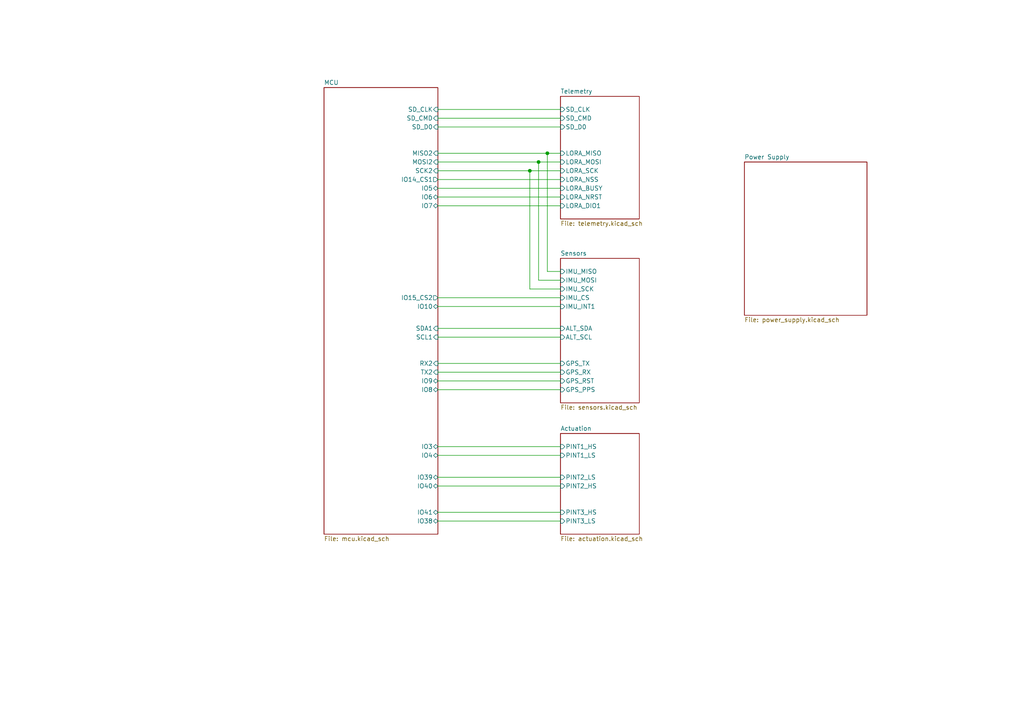
<source format=kicad_sch>
(kicad_sch
	(version 20250114)
	(generator "eeschema")
	(generator_version "9.0")
	(uuid "0e774532-df3b-4713-ac9c-64e52152da2c")
	(paper "A4")
	(lib_symbols)
	(junction
		(at 158.75 44.45)
		(diameter 0)
		(color 0 0 0 0)
		(uuid "561958d3-004c-46d9-9626-4a318183832a")
	)
	(junction
		(at 153.67 49.53)
		(diameter 0)
		(color 0 0 0 0)
		(uuid "b5ca3bf3-bad5-4ee4-9c7c-ffa7963d35d4")
	)
	(junction
		(at 156.21 46.99)
		(diameter 0)
		(color 0 0 0 0)
		(uuid "e40d79e7-1ee0-4c86-918a-0b81cd311faf")
	)
	(wire
		(pts
			(xy 127 138.43) (xy 162.56 138.43)
		)
		(stroke
			(width 0)
			(type default)
		)
		(uuid "0e6bdcf9-d75a-4042-98ef-50f45565e05b")
	)
	(wire
		(pts
			(xy 127 97.79) (xy 162.56 97.79)
		)
		(stroke
			(width 0)
			(type default)
		)
		(uuid "16413251-b3e6-4a81-a90b-505dbdd07717")
	)
	(wire
		(pts
			(xy 127 49.53) (xy 153.67 49.53)
		)
		(stroke
			(width 0)
			(type default)
		)
		(uuid "182f0097-e60c-49d6-9b4b-6529941ddf82")
	)
	(wire
		(pts
			(xy 127 46.99) (xy 156.21 46.99)
		)
		(stroke
			(width 0)
			(type default)
		)
		(uuid "1d63c289-424e-4ba2-bed4-c88673e913bd")
	)
	(wire
		(pts
			(xy 127 34.29) (xy 162.56 34.29)
		)
		(stroke
			(width 0)
			(type default)
		)
		(uuid "22b36dc6-5faa-446c-8f8d-f0c2e2b1ae31")
	)
	(wire
		(pts
			(xy 156.21 46.99) (xy 162.56 46.99)
		)
		(stroke
			(width 0)
			(type default)
		)
		(uuid "28e34e37-3e51-43c0-8d3b-331e2c8cb768")
	)
	(wire
		(pts
			(xy 127 113.03) (xy 162.56 113.03)
		)
		(stroke
			(width 0)
			(type default)
		)
		(uuid "2b5d7f69-817d-426a-b290-4ad6b7608bfd")
	)
	(wire
		(pts
			(xy 127 110.49) (xy 162.56 110.49)
		)
		(stroke
			(width 0)
			(type default)
		)
		(uuid "360e1618-7baf-4a2f-ab45-80157608d6db")
	)
	(wire
		(pts
			(xy 127 36.83) (xy 162.56 36.83)
		)
		(stroke
			(width 0)
			(type default)
		)
		(uuid "38a807c6-221b-48d1-ae60-82e54c4eec95")
	)
	(wire
		(pts
			(xy 158.75 78.74) (xy 158.75 44.45)
		)
		(stroke
			(width 0)
			(type default)
		)
		(uuid "3c1e3d11-688b-45ed-b327-ca90d701270a")
	)
	(wire
		(pts
			(xy 127 31.75) (xy 162.56 31.75)
		)
		(stroke
			(width 0)
			(type default)
		)
		(uuid "3f431c65-ca1d-4d8c-b3a6-e93f34db7eb2")
	)
	(wire
		(pts
			(xy 153.67 49.53) (xy 162.56 49.53)
		)
		(stroke
			(width 0)
			(type default)
		)
		(uuid "4942593c-063a-43d6-bd23-1e36d5188dbf")
	)
	(wire
		(pts
			(xy 127 57.15) (xy 162.56 57.15)
		)
		(stroke
			(width 0)
			(type default)
		)
		(uuid "498623f3-ff3d-42fa-9368-ca17a6eb0264")
	)
	(wire
		(pts
			(xy 127 59.69) (xy 162.56 59.69)
		)
		(stroke
			(width 0)
			(type default)
		)
		(uuid "61bae5e4-9eb4-492e-98f5-d7349aaeffc3")
	)
	(wire
		(pts
			(xy 156.21 81.28) (xy 156.21 46.99)
		)
		(stroke
			(width 0)
			(type default)
		)
		(uuid "66a38ccb-5a42-485e-a182-3cbbf0505806")
	)
	(wire
		(pts
			(xy 127 132.08) (xy 162.56 132.08)
		)
		(stroke
			(width 0)
			(type default)
		)
		(uuid "68e9e1e9-5ad5-4714-85f9-66d42becf552")
	)
	(wire
		(pts
			(xy 127 86.36) (xy 162.56 86.36)
		)
		(stroke
			(width 0)
			(type default)
		)
		(uuid "6cf4cb3e-ede3-4b7a-a583-c612c6e2b7ae")
	)
	(wire
		(pts
			(xy 127 52.07) (xy 162.56 52.07)
		)
		(stroke
			(width 0)
			(type default)
		)
		(uuid "6e6af846-bf8e-45fd-839c-1f64452e83bc")
	)
	(wire
		(pts
			(xy 127 95.25) (xy 162.56 95.25)
		)
		(stroke
			(width 0)
			(type default)
		)
		(uuid "80e35e0a-dd00-46bc-8d5d-f1a59b1e54b9")
	)
	(wire
		(pts
			(xy 127 54.61) (xy 162.56 54.61)
		)
		(stroke
			(width 0)
			(type default)
		)
		(uuid "82e0fc63-0f72-4a5f-ad48-699824e45296")
	)
	(wire
		(pts
			(xy 127 44.45) (xy 158.75 44.45)
		)
		(stroke
			(width 0)
			(type default)
		)
		(uuid "89b201db-995c-4bba-ba72-1337f1e047b1")
	)
	(wire
		(pts
			(xy 162.56 78.74) (xy 158.75 78.74)
		)
		(stroke
			(width 0)
			(type default)
		)
		(uuid "94df442f-e5a4-424b-a9bd-0ee64d34b7be")
	)
	(wire
		(pts
			(xy 127 105.41) (xy 162.56 105.41)
		)
		(stroke
			(width 0)
			(type default)
		)
		(uuid "9f761fe2-6078-4f9f-b8cf-25de96997451")
	)
	(wire
		(pts
			(xy 127 129.54) (xy 162.56 129.54)
		)
		(stroke
			(width 0)
			(type default)
		)
		(uuid "be65a891-3edb-4866-9996-7f1b21ed3782")
	)
	(wire
		(pts
			(xy 162.56 83.82) (xy 153.67 83.82)
		)
		(stroke
			(width 0)
			(type default)
		)
		(uuid "bf1e6878-27bf-4956-a9fb-2aa02dc137f5")
	)
	(wire
		(pts
			(xy 158.75 44.45) (xy 162.56 44.45)
		)
		(stroke
			(width 0)
			(type default)
		)
		(uuid "d29aad39-71e4-4d3c-8941-4fb49c8f369a")
	)
	(wire
		(pts
			(xy 153.67 83.82) (xy 153.67 49.53)
		)
		(stroke
			(width 0)
			(type default)
		)
		(uuid "d38525f8-6852-4fa5-8d77-c5a7fed1d041")
	)
	(wire
		(pts
			(xy 162.56 81.28) (xy 156.21 81.28)
		)
		(stroke
			(width 0)
			(type default)
		)
		(uuid "dcaeba2e-1026-47a4-ad28-8d1721c5a31a")
	)
	(wire
		(pts
			(xy 127 107.95) (xy 162.56 107.95)
		)
		(stroke
			(width 0)
			(type default)
		)
		(uuid "df45517e-fef4-4022-be49-20504774ba90")
	)
	(wire
		(pts
			(xy 127 88.9) (xy 162.56 88.9)
		)
		(stroke
			(width 0)
			(type default)
		)
		(uuid "df4a29e5-4c04-4f31-8d71-2a083a133625")
	)
	(wire
		(pts
			(xy 127 151.13) (xy 162.56 151.13)
		)
		(stroke
			(width 0)
			(type default)
		)
		(uuid "df55dcd2-09bc-47e9-bc09-a08653578fd7")
	)
	(wire
		(pts
			(xy 127 148.59) (xy 162.56 148.59)
		)
		(stroke
			(width 0)
			(type default)
		)
		(uuid "ed4ed985-6f21-409d-878f-3b2a5b30b426")
	)
	(wire
		(pts
			(xy 127 140.97) (xy 162.56 140.97)
		)
		(stroke
			(width 0)
			(type default)
		)
		(uuid "f3bd019a-f49e-411c-8cbb-0e03f8137371")
	)
	(sheet
		(at 162.56 125.73)
		(size 22.86 29.21)
		(exclude_from_sim no)
		(in_bom yes)
		(on_board yes)
		(dnp no)
		(fields_autoplaced yes)
		(stroke
			(width 0.1524)
			(type solid)
		)
		(fill
			(color 0 0 0 0.0000)
		)
		(uuid "33354a2b-da3e-411d-89ea-c17b65fe6b6d")
		(property "Sheetname" "Actuation"
			(at 162.56 125.0184 0)
			(effects
				(font
					(size 1.27 1.27)
				)
				(justify left bottom)
			)
		)
		(property "Sheetfile" "actuation.kicad_sch"
			(at 162.56 155.5246 0)
			(effects
				(font
					(size 1.27 1.27)
				)
				(justify left top)
			)
		)
		(pin "PINT1_HS" input
			(at 162.56 129.54 180)
			(uuid "7ae4e136-ffd2-4113-84d0-e9406c5244b1")
			(effects
				(font
					(size 1.27 1.27)
				)
				(justify left)
			)
		)
		(pin "PINT1_LS" input
			(at 162.56 132.08 180)
			(uuid "65b6738f-ffc7-40ed-90d1-7f55fcb4bcc0")
			(effects
				(font
					(size 1.27 1.27)
				)
				(justify left)
			)
		)
		(pin "PINT2_LS" input
			(at 162.56 138.43 180)
			(uuid "fbe7911d-5e9e-43bb-91c7-9bd0df813fb3")
			(effects
				(font
					(size 1.27 1.27)
				)
				(justify left)
			)
		)
		(pin "PINT3_LS" input
			(at 162.56 151.13 180)
			(uuid "daaf37b2-e76d-4d7c-8977-d7abc0c397fb")
			(effects
				(font
					(size 1.27 1.27)
				)
				(justify left)
			)
		)
		(pin "PINT3_HS" input
			(at 162.56 148.59 180)
			(uuid "a04b5653-5a9b-4d0f-868e-a5d16a1b0f77")
			(effects
				(font
					(size 1.27 1.27)
				)
				(justify left)
			)
		)
		(pin "PINT2_HS" input
			(at 162.56 140.97 180)
			(uuid "b8409539-95da-49e1-971a-604c9792e0b0")
			(effects
				(font
					(size 1.27 1.27)
				)
				(justify left)
			)
		)
		(instances
			(project "flight_computer_starpi"
				(path "/0e774532-df3b-4713-ac9c-64e52152da2c"
					(page "4")
				)
			)
		)
	)
	(sheet
		(at 93.98 25.4)
		(size 33.02 129.54)
		(exclude_from_sim no)
		(in_bom yes)
		(on_board yes)
		(dnp no)
		(fields_autoplaced yes)
		(stroke
			(width 0.1524)
			(type solid)
		)
		(fill
			(color 0 0 0 0.0000)
		)
		(uuid "360c6508-e1da-4a7b-b1c3-7051c1cb7f4b")
		(property "Sheetname" "MCU"
			(at 93.98 24.6884 0)
			(effects
				(font
					(size 1.27 1.27)
				)
				(justify left bottom)
			)
		)
		(property "Sheetfile" "mcu.kicad_sch"
			(at 93.98 155.5246 0)
			(effects
				(font
					(size 1.27 1.27)
				)
				(justify left top)
			)
		)
		(pin "IO10" bidirectional
			(at 127 88.9 0)
			(uuid "821a58d9-c2a3-4000-bd03-b94fab2e7849")
			(effects
				(font
					(size 1.27 1.27)
				)
				(justify right)
			)
		)
		(pin "IO14_CS1" output
			(at 127 52.07 0)
			(uuid "8adf964d-9f94-4d50-94cc-45a3acbdbc31")
			(effects
				(font
					(size 1.27 1.27)
				)
				(justify right)
			)
		)
		(pin "IO4" bidirectional
			(at 127 132.08 0)
			(uuid "52645e07-b12e-439e-b6d6-1ee255d50e3f")
			(effects
				(font
					(size 1.27 1.27)
				)
				(justify right)
			)
		)
		(pin "IO15_CS2" output
			(at 127 86.36 0)
			(uuid "e5ca19cc-3eef-4b9c-9701-3a2abd4d6ef2")
			(effects
				(font
					(size 1.27 1.27)
				)
				(justify right)
			)
		)
		(pin "IO6" bidirectional
			(at 127 57.15 0)
			(uuid "34872ce8-22d9-4254-b079-0a7117d48af4")
			(effects
				(font
					(size 1.27 1.27)
				)
				(justify right)
			)
		)
		(pin "IO3" bidirectional
			(at 127 129.54 0)
			(uuid "f017bdab-3066-4424-9adb-6b87acc967a9")
			(effects
				(font
					(size 1.27 1.27)
				)
				(justify right)
			)
		)
		(pin "IO5" bidirectional
			(at 127 54.61 0)
			(uuid "f5cee61e-e4f5-43e3-9402-a6dbec3a739d")
			(effects
				(font
					(size 1.27 1.27)
				)
				(justify right)
			)
		)
		(pin "IO7" bidirectional
			(at 127 59.69 0)
			(uuid "5ccbabd2-fb6a-43ae-8d30-b1c7ff1f6560")
			(effects
				(font
					(size 1.27 1.27)
				)
				(justify right)
			)
		)
		(pin "IO9" bidirectional
			(at 127 110.49 0)
			(uuid "7e581f93-1a8c-463f-b5b0-45514b93d99a")
			(effects
				(font
					(size 1.27 1.27)
				)
				(justify right)
			)
		)
		(pin "IO8" bidirectional
			(at 127 113.03 0)
			(uuid "68bc0ac1-f4ef-4e31-80c5-0da322380a1d")
			(effects
				(font
					(size 1.27 1.27)
				)
				(justify right)
			)
		)
		(pin "IO39" bidirectional
			(at 127 138.43 0)
			(uuid "4756ec44-4d9e-4fc2-aecf-4793bcb2f65d")
			(effects
				(font
					(size 1.27 1.27)
				)
				(justify right)
			)
		)
		(pin "IO40" bidirectional
			(at 127 140.97 0)
			(uuid "09adb01e-3325-4a49-9469-524f7a619b24")
			(effects
				(font
					(size 1.27 1.27)
				)
				(justify right)
			)
		)
		(pin "IO41" bidirectional
			(at 127 148.59 0)
			(uuid "3a1f2e4a-f325-4304-a2de-f86f14fa58e2")
			(effects
				(font
					(size 1.27 1.27)
				)
				(justify right)
			)
		)
		(pin "IO38" bidirectional
			(at 127 151.13 0)
			(uuid "66ecdaa2-b6cb-4f9d-a4b9-001d487504f7")
			(effects
				(font
					(size 1.27 1.27)
				)
				(justify right)
			)
		)
		(pin "SD_CLK" input
			(at 127 31.75 0)
			(uuid "ca9c27f5-b9da-4652-8ba2-79ec05b3fd73")
			(effects
				(font
					(size 1.27 1.27)
				)
				(justify right)
			)
		)
		(pin "SD_CMD" input
			(at 127 34.29 0)
			(uuid "55705717-96ba-4ec0-8ab7-a8b7cc167525")
			(effects
				(font
					(size 1.27 1.27)
				)
				(justify right)
			)
		)
		(pin "SD_D0" input
			(at 127 36.83 0)
			(uuid "a2f06a26-7019-4f72-978f-cf2583c4a30f")
			(effects
				(font
					(size 1.27 1.27)
				)
				(justify right)
			)
		)
		(pin "MISO2" input
			(at 127 44.45 0)
			(uuid "0f7ad2d2-daef-419f-829a-60197eb60c1a")
			(effects
				(font
					(size 1.27 1.27)
				)
				(justify right)
			)
		)
		(pin "MOSI2" input
			(at 127 46.99 0)
			(uuid "f2936e6d-5ec3-4b79-af09-fa03e7d37abd")
			(effects
				(font
					(size 1.27 1.27)
				)
				(justify right)
			)
		)
		(pin "SCK2" input
			(at 127 49.53 0)
			(uuid "fb46cb34-d090-46c1-a9e2-10bdce8bc954")
			(effects
				(font
					(size 1.27 1.27)
				)
				(justify right)
			)
		)
		(pin "SCL1" input
			(at 127 97.79 0)
			(uuid "c02aa813-e87b-4780-97c9-c5a2aae2a7c3")
			(effects
				(font
					(size 1.27 1.27)
				)
				(justify right)
			)
		)
		(pin "SDA1" input
			(at 127 95.25 0)
			(uuid "fb55483b-731a-49be-874a-8ad55b7ed625")
			(effects
				(font
					(size 1.27 1.27)
				)
				(justify right)
			)
		)
		(pin "TX2" input
			(at 127 107.95 0)
			(uuid "c0a91fa1-7959-4fc4-bcc1-bfd0f5572c6e")
			(effects
				(font
					(size 1.27 1.27)
				)
				(justify right)
			)
		)
		(pin "RX2" input
			(at 127 105.41 0)
			(uuid "c21e9dd8-1dd6-48fd-ad83-d901650bce95")
			(effects
				(font
					(size 1.27 1.27)
				)
				(justify right)
			)
		)
		(instances
			(project "flight_computer_starpi"
				(path "/0e774532-df3b-4713-ac9c-64e52152da2c"
					(page "5")
				)
			)
		)
	)
	(sheet
		(at 215.9 46.99)
		(size 35.56 44.45)
		(exclude_from_sim no)
		(in_bom yes)
		(on_board yes)
		(dnp no)
		(fields_autoplaced yes)
		(stroke
			(width 0.1524)
			(type solid)
		)
		(fill
			(color 0 0 0 0.0000)
		)
		(uuid "481bde4d-67e6-41cb-9b0e-93e9a8e96a50")
		(property "Sheetname" "Power Supply"
			(at 215.9 46.2784 0)
			(effects
				(font
					(size 1.27 1.27)
				)
				(justify left bottom)
			)
		)
		(property "Sheetfile" "power_supply.kicad_sch"
			(at 215.9 92.0246 0)
			(effects
				(font
					(size 1.27 1.27)
				)
				(justify left top)
			)
		)
		(instances
			(project "flight_computer_starpi"
				(path "/0e774532-df3b-4713-ac9c-64e52152da2c"
					(page "6")
				)
			)
		)
	)
	(sheet
		(at 162.56 74.93)
		(size 22.86 41.91)
		(exclude_from_sim no)
		(in_bom yes)
		(on_board yes)
		(dnp no)
		(fields_autoplaced yes)
		(stroke
			(width 0.1524)
			(type solid)
		)
		(fill
			(color 0 0 0 0.0000)
		)
		(uuid "501f1855-a611-4edc-a1e0-7cd96e4972df")
		(property "Sheetname" "Sensors"
			(at 162.56 74.2184 0)
			(effects
				(font
					(size 1.27 1.27)
				)
				(justify left bottom)
			)
		)
		(property "Sheetfile" "sensors.kicad_sch"
			(at 162.56 117.4246 0)
			(effects
				(font
					(size 1.27 1.27)
				)
				(justify left top)
			)
		)
		(pin "IMU_INT1" input
			(at 162.56 88.9 180)
			(uuid "2a6b1b8f-1563-4060-8dd0-ee8ed5d210c0")
			(effects
				(font
					(size 1.27 1.27)
				)
				(justify left)
			)
		)
		(pin "IMU_MISO" input
			(at 162.56 78.74 180)
			(uuid "de7d9eb9-d746-4855-a719-7a9cff3b4ac4")
			(effects
				(font
					(size 1.27 1.27)
				)
				(justify left)
			)
		)
		(pin "ALT_SCL" input
			(at 162.56 97.79 180)
			(uuid "372dbc23-910f-4cc1-9770-e19d0e7db2c0")
			(effects
				(font
					(size 1.27 1.27)
				)
				(justify left)
			)
		)
		(pin "IMU_MOSI" input
			(at 162.56 81.28 180)
			(uuid "0a4a3af4-2135-4ef4-994d-48d0706b1250")
			(effects
				(font
					(size 1.27 1.27)
				)
				(justify left)
			)
		)
		(pin "IMU_SCK" input
			(at 162.56 83.82 180)
			(uuid "f7e3e164-6ea8-4caf-9a4b-2482edcf4c05")
			(effects
				(font
					(size 1.27 1.27)
				)
				(justify left)
			)
		)
		(pin "GPS_TX" input
			(at 162.56 105.41 180)
			(uuid "4cac094d-47a9-4687-93b0-1bc32959cf97")
			(effects
				(font
					(size 1.27 1.27)
				)
				(justify left)
			)
		)
		(pin "GPS_RX" input
			(at 162.56 107.95 180)
			(uuid "0c67377f-4072-422e-a0a2-13446175abfe")
			(effects
				(font
					(size 1.27 1.27)
				)
				(justify left)
			)
		)
		(pin "ALT_SDA" input
			(at 162.56 95.25 180)
			(uuid "f7abf45c-0b8e-4612-b227-7b4dcabbb38a")
			(effects
				(font
					(size 1.27 1.27)
				)
				(justify left)
			)
		)
		(pin "GPS_PPS" input
			(at 162.56 113.03 180)
			(uuid "a747fb2d-dda3-4d95-a657-f07bc1657488")
			(effects
				(font
					(size 1.27 1.27)
				)
				(justify left)
			)
		)
		(pin "IMU_CS" input
			(at 162.56 86.36 180)
			(uuid "9cdefcc2-1096-4862-8f4a-796c1a9eedb5")
			(effects
				(font
					(size 1.27 1.27)
				)
				(justify left)
			)
		)
		(pin "GPS_RST" input
			(at 162.56 110.49 180)
			(uuid "60c0aed2-1d27-4b36-872d-753cb3343946")
			(effects
				(font
					(size 1.27 1.27)
				)
				(justify left)
			)
		)
		(instances
			(project "flight_computer_starpi"
				(path "/0e774532-df3b-4713-ac9c-64e52152da2c"
					(page "3")
				)
			)
		)
	)
	(sheet
		(at 162.56 27.94)
		(size 22.86 35.56)
		(exclude_from_sim no)
		(in_bom yes)
		(on_board yes)
		(dnp no)
		(fields_autoplaced yes)
		(stroke
			(width 0.1524)
			(type solid)
		)
		(fill
			(color 0 0 0 0.0000)
		)
		(uuid "6b03ccc0-774a-4a60-8d82-2be0621bee7a")
		(property "Sheetname" "Telemetry"
			(at 162.56 27.2284 0)
			(effects
				(font
					(size 1.27 1.27)
				)
				(justify left bottom)
			)
		)
		(property "Sheetfile" "telemetry.kicad_sch"
			(at 162.56 64.0846 0)
			(effects
				(font
					(size 1.27 1.27)
				)
				(justify left top)
			)
		)
		(pin "LORA_SCK" input
			(at 162.56 49.53 180)
			(uuid "3bd700b6-5184-4404-9501-614afd4a21fd")
			(effects
				(font
					(size 1.27 1.27)
				)
				(justify left)
			)
		)
		(pin "LORA_MISO" input
			(at 162.56 44.45 180)
			(uuid "aa675082-c224-4fa9-9548-cb6a19755d18")
			(effects
				(font
					(size 1.27 1.27)
				)
				(justify left)
			)
		)
		(pin "LORA_BUSY" input
			(at 162.56 54.61 180)
			(uuid "99bc9eb1-f31a-426b-83e4-2e5f0fe85416")
			(effects
				(font
					(size 1.27 1.27)
				)
				(justify left)
			)
		)
		(pin "SD_CMD" input
			(at 162.56 34.29 180)
			(uuid "ed00eac0-8d0f-411f-9d02-eff301c2fe38")
			(effects
				(font
					(size 1.27 1.27)
				)
				(justify left)
			)
		)
		(pin "LORA_NSS" input
			(at 162.56 52.07 180)
			(uuid "ad571df0-ac9d-4422-bb43-1d69176b1c3d")
			(effects
				(font
					(size 1.27 1.27)
				)
				(justify left)
			)
		)
		(pin "LORA_DIO1" input
			(at 162.56 59.69 180)
			(uuid "30162335-e10c-41ef-b2b3-d067929dbdec")
			(effects
				(font
					(size 1.27 1.27)
				)
				(justify left)
			)
		)
		(pin "SD_D0" input
			(at 162.56 36.83 180)
			(uuid "440b2f08-f729-455a-a6bf-5c79b1cf75e1")
			(effects
				(font
					(size 1.27 1.27)
				)
				(justify left)
			)
		)
		(pin "SD_CLK" input
			(at 162.56 31.75 180)
			(uuid "08c939c5-df2b-4fdc-93f4-291ae2853709")
			(effects
				(font
					(size 1.27 1.27)
				)
				(justify left)
			)
		)
		(pin "LORA_NRST" input
			(at 162.56 57.15 180)
			(uuid "ee223db3-2293-4474-b5f5-be786cceb427")
			(effects
				(font
					(size 1.27 1.27)
				)
				(justify left)
			)
		)
		(pin "LORA_MOSI" input
			(at 162.56 46.99 180)
			(uuid "33120809-162c-4cc6-b41d-7930533f83b9")
			(effects
				(font
					(size 1.27 1.27)
				)
				(justify left)
			)
		)
		(instances
			(project "flight_computer_starpi"
				(path "/0e774532-df3b-4713-ac9c-64e52152da2c"
					(page "2")
				)
			)
		)
	)
	(sheet_instances
		(path "/"
			(page "1")
		)
	)
	(embedded_fonts no)
)

</source>
